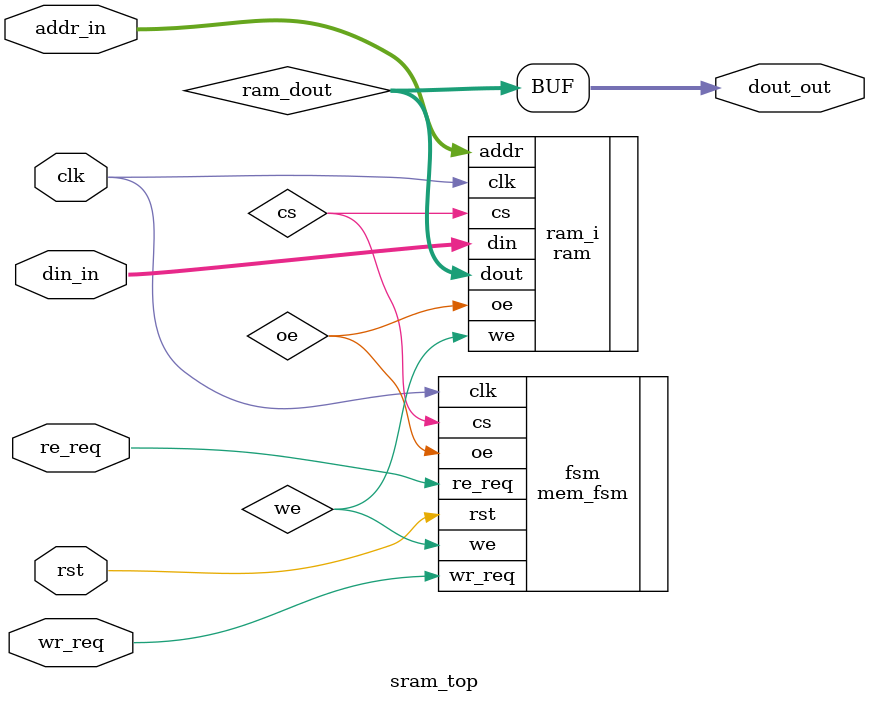
<source format=sv>
module sram_top #(
    parameter WIDTH = 4,
    parameter DEPTH = 32
) (
    input  logic                     clk,      // clock
    input  logic                     rst,      // reset
    input  logic                     wr_req,   // write request
    input  logic                     re_req,   // read request
    input  logic [$clog2(DEPTH)-1:0] addr_in,  // external address input
    input  logic [        WIDTH-1:0] din_in,   // external data input
    output logic [        WIDTH-1:0] dout_out  // ram data output
);

  // Internal registers
  logic cs, we, oe;

  // RAM Output
  logic [WIDTH-1:0] ram_dout;

  mem_fsm #(
      .WIDTH(WIDTH),
      .DEPTH(DEPTH)
  ) fsm (
      .clk   (clk),
      .rst   (rst),
      .wr_req(wr_req),
      .re_req(re_req),
      .we    (we),
      .cs    (cs),
      .oe    (oe)
  );

  ram #(
      .WIDTH(WIDTH),
      .DEPTH(DEPTH)
  ) ram_i (
      .clk (clk),
      .we  (we),
      .cs  (cs),
      .oe  (oe),
      .addr(addr_in),
      .din (din_in),
      .dout(ram_dout)
  );

  assign dout_out = ram_dout;
endmodule

</source>
